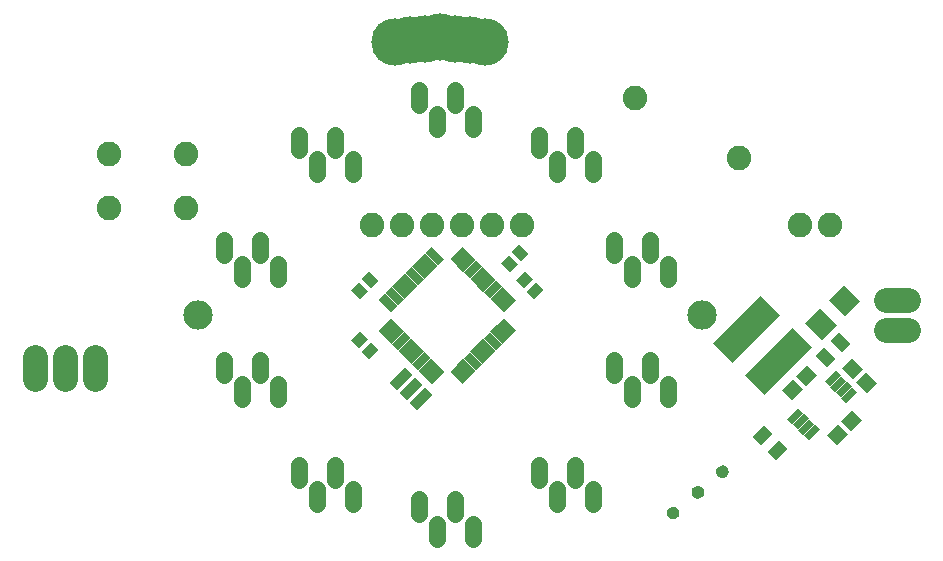
<source format=gts>
G75*
%MOIN*%
%OFA0B0*%
%FSLAX25Y25*%
%IPPOS*%
%LPD*%
%AMOC8*
5,1,8,0,0,1.08239X$1,22.5*
%
%ADD10C,0.15800*%
%ADD11C,0.05800*%
%ADD12C,0.08200*%
%ADD13C,0.08200*%
%ADD14R,0.03556X0.04343*%
%ADD15R,0.03556X0.07493*%
%ADD16R,0.05800X0.03000*%
%ADD17R,0.03000X0.05800*%
%ADD18C,0.00500*%
%ADD19R,0.02375X0.05131*%
%ADD20R,0.22454X0.09265*%
%ADD21R,0.03950X0.05524*%
%ADD22R,0.05131X0.04737*%
%ADD23C,0.09800*%
%ADD24R,0.07099X0.07887*%
D10*
X0154200Y0252500D03*
X0159200Y0253000D03*
X0164200Y0253500D03*
X0169200Y0254000D03*
X0174200Y0253500D03*
X0179200Y0253000D03*
X0184200Y0252500D03*
D11*
X0128000Y0103237D02*
X0128000Y0098237D01*
X0122000Y0106487D02*
X0122000Y0111487D01*
X0134000Y0111487D02*
X0134000Y0106487D01*
X0140000Y0103237D02*
X0140000Y0098237D01*
X0162000Y0099987D02*
X0162000Y0094987D01*
X0168000Y0091737D02*
X0168000Y0086737D01*
X0174000Y0094987D02*
X0174000Y0099987D01*
X0180000Y0091737D02*
X0180000Y0086737D01*
X0202000Y0106487D02*
X0202000Y0111487D01*
X0208000Y0103237D02*
X0208000Y0098237D01*
X0214000Y0106487D02*
X0214000Y0111487D01*
X0220000Y0103237D02*
X0220000Y0098237D01*
X0233000Y0133237D02*
X0233000Y0138237D01*
X0227000Y0141487D02*
X0227000Y0146487D01*
X0239000Y0146487D02*
X0239000Y0141487D01*
X0245000Y0138237D02*
X0245000Y0133237D01*
X0245000Y0173237D02*
X0245000Y0178237D01*
X0239000Y0181487D02*
X0239000Y0186487D01*
X0233000Y0178237D02*
X0233000Y0173237D01*
X0227000Y0181487D02*
X0227000Y0186487D01*
X0220000Y0208237D02*
X0220000Y0213237D01*
X0214000Y0216487D02*
X0214000Y0221487D01*
X0208000Y0213237D02*
X0208000Y0208237D01*
X0202000Y0216487D02*
X0202000Y0221487D01*
X0180000Y0223237D02*
X0180000Y0228237D01*
X0174000Y0231487D02*
X0174000Y0236487D01*
X0168000Y0228237D02*
X0168000Y0223237D01*
X0162000Y0231487D02*
X0162000Y0236487D01*
X0134000Y0221487D02*
X0134000Y0216487D01*
X0140000Y0213237D02*
X0140000Y0208237D01*
X0128000Y0208237D02*
X0128000Y0213237D01*
X0122000Y0216487D02*
X0122000Y0221487D01*
X0109000Y0186487D02*
X0109000Y0181487D01*
X0115000Y0178237D02*
X0115000Y0173237D01*
X0103000Y0173237D02*
X0103000Y0178237D01*
X0097000Y0181487D02*
X0097000Y0186487D01*
X0097000Y0146487D02*
X0097000Y0141487D01*
X0103000Y0138237D02*
X0103000Y0133237D01*
X0109000Y0141487D02*
X0109000Y0146487D01*
X0115000Y0138237D02*
X0115000Y0133237D01*
D12*
X0146500Y0191300D03*
X0156500Y0191300D03*
X0166500Y0191300D03*
X0176500Y0191300D03*
X0186500Y0191300D03*
X0196500Y0191300D03*
X0234179Y0233800D03*
X0268820Y0213800D03*
X0289000Y0191300D03*
X0299000Y0191300D03*
X0084500Y0197200D03*
X0084500Y0215000D03*
X0058900Y0215000D03*
X0058900Y0197200D03*
D13*
X0054000Y0147500D02*
X0054000Y0140100D01*
X0044000Y0140100D02*
X0044000Y0147500D01*
X0034000Y0147500D02*
X0034000Y0140100D01*
X0317800Y0156300D02*
X0325200Y0156300D01*
X0325200Y0166300D02*
X0317800Y0166300D01*
D14*
G36*
X0201087Y0172282D02*
X0203602Y0169767D01*
X0200533Y0166698D01*
X0198018Y0169213D01*
X0201087Y0172282D01*
G37*
G36*
X0197467Y0175902D02*
X0199982Y0173387D01*
X0196913Y0170318D01*
X0194398Y0172833D01*
X0197467Y0175902D01*
G37*
G36*
X0189398Y0178767D02*
X0191913Y0181282D01*
X0194982Y0178213D01*
X0192467Y0175698D01*
X0189398Y0178767D01*
G37*
G36*
X0193018Y0182387D02*
X0195533Y0184902D01*
X0198602Y0181833D01*
X0196087Y0179318D01*
X0193018Y0182387D01*
G37*
G36*
X0148602Y0172833D02*
X0146087Y0170318D01*
X0143018Y0173387D01*
X0145533Y0175902D01*
X0148602Y0172833D01*
G37*
G36*
X0144982Y0169213D02*
X0142467Y0166698D01*
X0139398Y0169767D01*
X0141913Y0172282D01*
X0144982Y0169213D01*
G37*
G36*
X0141913Y0150318D02*
X0139398Y0152833D01*
X0142467Y0155902D01*
X0144982Y0153387D01*
X0141913Y0150318D01*
G37*
G36*
X0145533Y0146698D02*
X0143018Y0149213D01*
X0146087Y0152282D01*
X0148602Y0149767D01*
X0145533Y0146698D01*
G37*
D15*
G36*
X0157550Y0144047D02*
X0160065Y0141532D01*
X0154768Y0136235D01*
X0152253Y0138750D01*
X0157550Y0144047D01*
G37*
G36*
X0160891Y0140706D02*
X0163406Y0138191D01*
X0158109Y0132894D01*
X0155594Y0135409D01*
X0160891Y0140706D01*
G37*
G36*
X0164232Y0137365D02*
X0166747Y0134850D01*
X0161450Y0129553D01*
X0158935Y0132068D01*
X0164232Y0137365D01*
G37*
D16*
G36*
X0170456Y0142544D02*
X0166356Y0138444D01*
X0164234Y0140566D01*
X0168334Y0144666D01*
X0170456Y0142544D01*
G37*
G36*
X0168229Y0144771D02*
X0164129Y0140671D01*
X0162007Y0142793D01*
X0166107Y0146893D01*
X0168229Y0144771D01*
G37*
G36*
X0166002Y0146998D02*
X0161902Y0142898D01*
X0159780Y0145020D01*
X0163880Y0149120D01*
X0166002Y0146998D01*
G37*
G36*
X0163774Y0149225D02*
X0159674Y0145125D01*
X0157552Y0147247D01*
X0161652Y0151347D01*
X0163774Y0149225D01*
G37*
G36*
X0161547Y0151452D02*
X0157447Y0147352D01*
X0155325Y0149474D01*
X0159425Y0153574D01*
X0161547Y0151452D01*
G37*
G36*
X0159320Y0153680D02*
X0155220Y0149580D01*
X0153098Y0151702D01*
X0157198Y0155802D01*
X0159320Y0153680D01*
G37*
G36*
X0157093Y0155907D02*
X0152993Y0151807D01*
X0150871Y0153929D01*
X0154971Y0158029D01*
X0157093Y0155907D01*
G37*
G36*
X0154866Y0158134D02*
X0150766Y0154034D01*
X0148644Y0156156D01*
X0152744Y0160256D01*
X0154866Y0158134D01*
G37*
G36*
X0183220Y0177580D02*
X0179120Y0173480D01*
X0176998Y0175602D01*
X0181098Y0179702D01*
X0183220Y0177580D01*
G37*
G36*
X0185448Y0175353D02*
X0181348Y0171253D01*
X0179226Y0173375D01*
X0183326Y0177475D01*
X0185448Y0175353D01*
G37*
G36*
X0187675Y0173126D02*
X0183575Y0169026D01*
X0181453Y0171148D01*
X0185553Y0175248D01*
X0187675Y0173126D01*
G37*
G36*
X0189902Y0170898D02*
X0185802Y0166798D01*
X0183680Y0168920D01*
X0187780Y0173020D01*
X0189902Y0170898D01*
G37*
G36*
X0192129Y0168671D02*
X0188029Y0164571D01*
X0185907Y0166693D01*
X0190007Y0170793D01*
X0192129Y0168671D01*
G37*
G36*
X0194356Y0166444D02*
X0190256Y0162344D01*
X0188134Y0164466D01*
X0192234Y0168566D01*
X0194356Y0166444D01*
G37*
G36*
X0180993Y0179807D02*
X0176893Y0175707D01*
X0174771Y0177829D01*
X0178871Y0181929D01*
X0180993Y0179807D01*
G37*
G36*
X0178766Y0182034D02*
X0174666Y0177934D01*
X0172544Y0180056D01*
X0176644Y0184156D01*
X0178766Y0182034D01*
G37*
D17*
G36*
X0170456Y0180056D02*
X0168334Y0177934D01*
X0164234Y0182034D01*
X0166356Y0184156D01*
X0170456Y0180056D01*
G37*
G36*
X0168229Y0177829D02*
X0166107Y0175707D01*
X0162007Y0179807D01*
X0164129Y0181929D01*
X0168229Y0177829D01*
G37*
G36*
X0166002Y0175602D02*
X0163880Y0173480D01*
X0159780Y0177580D01*
X0161902Y0179702D01*
X0166002Y0175602D01*
G37*
G36*
X0163774Y0173375D02*
X0161652Y0171253D01*
X0157552Y0175353D01*
X0159674Y0177475D01*
X0163774Y0173375D01*
G37*
G36*
X0161547Y0171148D02*
X0159425Y0169026D01*
X0155325Y0173126D01*
X0157447Y0175248D01*
X0161547Y0171148D01*
G37*
G36*
X0159320Y0168920D02*
X0157198Y0166798D01*
X0153098Y0170898D01*
X0155220Y0173020D01*
X0159320Y0168920D01*
G37*
G36*
X0157093Y0166693D02*
X0154971Y0164571D01*
X0150871Y0168671D01*
X0152993Y0170793D01*
X0157093Y0166693D01*
G37*
G36*
X0154866Y0164466D02*
X0152744Y0162344D01*
X0148644Y0166444D01*
X0150766Y0168566D01*
X0154866Y0164466D01*
G37*
G36*
X0178766Y0140566D02*
X0176644Y0138444D01*
X0172544Y0142544D01*
X0174666Y0144666D01*
X0178766Y0140566D01*
G37*
G36*
X0180993Y0142793D02*
X0178871Y0140671D01*
X0174771Y0144771D01*
X0176893Y0146893D01*
X0180993Y0142793D01*
G37*
G36*
X0183220Y0145020D02*
X0181098Y0142898D01*
X0176998Y0146998D01*
X0179120Y0149120D01*
X0183220Y0145020D01*
G37*
G36*
X0185448Y0147247D02*
X0183326Y0145125D01*
X0179226Y0149225D01*
X0181348Y0151347D01*
X0185448Y0147247D01*
G37*
G36*
X0187675Y0149474D02*
X0185553Y0147352D01*
X0181453Y0151452D01*
X0183575Y0153574D01*
X0187675Y0149474D01*
G37*
G36*
X0189902Y0151702D02*
X0187780Y0149580D01*
X0183680Y0153680D01*
X0185802Y0155802D01*
X0189902Y0151702D01*
G37*
G36*
X0192129Y0153929D02*
X0190007Y0151807D01*
X0185907Y0155907D01*
X0188029Y0158029D01*
X0192129Y0153929D01*
G37*
G36*
X0194356Y0156156D02*
X0192234Y0154034D01*
X0188134Y0158134D01*
X0190256Y0160256D01*
X0194356Y0156156D01*
G37*
D18*
X0253574Y0103268D02*
X0253832Y0103552D01*
X0254161Y0103782D01*
X0254534Y0103934D01*
X0254930Y0103999D01*
X0255332Y0103974D01*
X0255717Y0103860D01*
X0256068Y0103664D01*
X0256366Y0103394D01*
X0256580Y0103060D01*
X0256714Y0102687D01*
X0256761Y0102293D01*
X0256720Y0101899D01*
X0256592Y0101524D01*
X0256384Y0101187D01*
X0256106Y0100904D01*
X0255782Y0100693D01*
X0255420Y0100560D01*
X0255037Y0100510D01*
X0254652Y0100547D01*
X0254285Y0100669D01*
X0253955Y0100869D01*
X0253677Y0101138D01*
X0253458Y0101452D01*
X0253314Y0101807D01*
X0253253Y0102185D01*
X0253278Y0102567D01*
X0253386Y0102934D01*
X0253574Y0103268D01*
X0253760Y0103473D02*
X0256279Y0103473D01*
X0256610Y0102974D02*
X0253409Y0102974D01*
X0253272Y0102476D02*
X0256739Y0102476D01*
X0256728Y0101977D02*
X0253287Y0101977D01*
X0253447Y0101479D02*
X0256564Y0101479D01*
X0256180Y0100980D02*
X0253840Y0100980D01*
X0254761Y0103971D02*
X0255341Y0103971D01*
X0262141Y0107791D02*
X0262472Y0107590D01*
X0262838Y0107469D01*
X0263223Y0107432D01*
X0263606Y0107481D01*
X0263968Y0107615D01*
X0264292Y0107826D01*
X0264570Y0108108D01*
X0264778Y0108446D01*
X0264906Y0108821D01*
X0264947Y0109215D01*
X0264900Y0109608D01*
X0264766Y0109981D01*
X0264552Y0110315D01*
X0264254Y0110585D01*
X0263904Y0110782D01*
X0263518Y0110895D01*
X0263117Y0110920D01*
X0262720Y0110856D01*
X0262347Y0110704D01*
X0262018Y0110473D01*
X0261761Y0110190D01*
X0261573Y0109856D01*
X0261464Y0109489D01*
X0261439Y0109106D01*
X0261501Y0108728D01*
X0261644Y0108373D01*
X0261864Y0108059D01*
X0262141Y0107791D01*
X0261967Y0107959D02*
X0264423Y0107959D01*
X0264782Y0108458D02*
X0261610Y0108458D01*
X0261464Y0108956D02*
X0264920Y0108956D01*
X0264918Y0109455D02*
X0261462Y0109455D01*
X0261627Y0109953D02*
X0264776Y0109953D01*
X0264401Y0110452D02*
X0261999Y0110452D01*
X0262922Y0107461D02*
X0263446Y0107461D01*
X0248150Y0096539D02*
X0248364Y0096205D01*
X0248498Y0095832D01*
X0248545Y0095439D01*
X0248504Y0095045D01*
X0248376Y0094669D01*
X0248168Y0094332D01*
X0247890Y0094050D01*
X0247567Y0093839D01*
X0247204Y0093705D01*
X0246821Y0093656D01*
X0246436Y0093693D01*
X0246070Y0093814D01*
X0245739Y0094014D01*
X0245462Y0094283D01*
X0245243Y0094597D01*
X0245099Y0094952D01*
X0245037Y0095330D01*
X0245062Y0095713D01*
X0245171Y0096080D01*
X0245359Y0096414D01*
X0245616Y0096697D01*
X0245946Y0096928D01*
X0246318Y0097079D01*
X0246715Y0097144D01*
X0247116Y0097119D01*
X0247502Y0097006D01*
X0247852Y0096809D01*
X0248150Y0096539D01*
X0248180Y0096494D02*
X0245431Y0096494D01*
X0245146Y0095995D02*
X0248440Y0095995D01*
X0248538Y0095497D02*
X0245048Y0095497D01*
X0245091Y0094998D02*
X0248488Y0094998D01*
X0248271Y0094499D02*
X0245311Y0094499D01*
X0245762Y0094001D02*
X0247815Y0094001D01*
X0247526Y0096992D02*
X0246103Y0096992D01*
D19*
G36*
X0286548Y0125098D02*
X0284869Y0126777D01*
X0288496Y0130404D01*
X0290175Y0128725D01*
X0286548Y0125098D01*
G37*
G36*
X0288357Y0123288D02*
X0286678Y0124967D01*
X0290305Y0128594D01*
X0291984Y0126915D01*
X0288357Y0123288D01*
G37*
G36*
X0290167Y0121478D02*
X0288488Y0123157D01*
X0292115Y0126784D01*
X0293794Y0125105D01*
X0290167Y0121478D01*
G37*
G36*
X0291977Y0119669D02*
X0290298Y0121348D01*
X0293925Y0124975D01*
X0295604Y0123296D01*
X0291977Y0119669D01*
G37*
G36*
X0304504Y0132196D02*
X0302825Y0133875D01*
X0306452Y0137502D01*
X0308131Y0135823D01*
X0304504Y0132196D01*
G37*
G36*
X0302694Y0134006D02*
X0301015Y0135685D01*
X0304642Y0139312D01*
X0306321Y0137633D01*
X0302694Y0134006D01*
G37*
G36*
X0300885Y0135815D02*
X0299206Y0137494D01*
X0302833Y0141121D01*
X0304512Y0139442D01*
X0300885Y0135815D01*
G37*
G36*
X0299075Y0137625D02*
X0297396Y0139304D01*
X0301023Y0142931D01*
X0302702Y0141252D01*
X0299075Y0137625D01*
G37*
D20*
G36*
X0293059Y0150618D02*
X0277182Y0134741D01*
X0270631Y0141292D01*
X0286508Y0157169D01*
X0293059Y0150618D01*
G37*
G36*
X0282369Y0161308D02*
X0266492Y0145431D01*
X0259941Y0151982D01*
X0275818Y0167859D01*
X0282369Y0161308D01*
G37*
D21*
G36*
X0294146Y0147851D02*
X0296939Y0150644D01*
X0300844Y0146739D01*
X0298051Y0143946D01*
X0294146Y0147851D01*
G37*
G36*
X0299156Y0152861D02*
X0301949Y0155654D01*
X0305854Y0151749D01*
X0303061Y0148956D01*
X0299156Y0152861D01*
G37*
G36*
X0277051Y0124654D02*
X0279844Y0121861D01*
X0275939Y0117956D01*
X0273146Y0120749D01*
X0277051Y0124654D01*
G37*
G36*
X0282061Y0119644D02*
X0284854Y0116851D01*
X0280949Y0112946D01*
X0278156Y0115739D01*
X0282061Y0119644D01*
G37*
D22*
G36*
X0305122Y0121573D02*
X0301495Y0117946D01*
X0298146Y0121295D01*
X0301773Y0124922D01*
X0305122Y0121573D01*
G37*
G36*
X0309854Y0126305D02*
X0306227Y0122678D01*
X0302878Y0126027D01*
X0306505Y0129654D01*
X0309854Y0126305D01*
G37*
G36*
X0311227Y0142422D02*
X0314854Y0138795D01*
X0311505Y0135446D01*
X0307878Y0139073D01*
X0311227Y0142422D01*
G37*
G36*
X0306495Y0147154D02*
X0310122Y0143527D01*
X0306773Y0140178D01*
X0303146Y0143805D01*
X0306495Y0147154D01*
G37*
G36*
X0287878Y0141027D02*
X0291505Y0144654D01*
X0294854Y0141305D01*
X0291227Y0137678D01*
X0287878Y0141027D01*
G37*
G36*
X0283146Y0136295D02*
X0286773Y0139922D01*
X0290122Y0136573D01*
X0286495Y0132946D01*
X0283146Y0136295D01*
G37*
D23*
X0256500Y0161300D03*
X0088500Y0161300D03*
D24*
G36*
X0301400Y0158125D02*
X0296381Y0153106D01*
X0290806Y0158681D01*
X0295825Y0163700D01*
X0301400Y0158125D01*
G37*
G36*
X0309194Y0165919D02*
X0304175Y0160900D01*
X0298600Y0166475D01*
X0303619Y0171494D01*
X0309194Y0165919D01*
G37*
M02*

</source>
